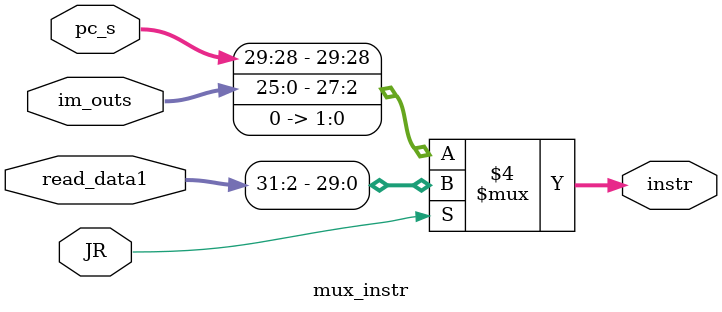
<source format=v>
`timescale 1ns / 1ps

module mux_instr(
		input[25:0] im_outs,
		input[31:28] pc_s,
		input[31:0] read_data1,
		input JR,
		output reg[31:2] instr
	);

	always @(im_outs or pc_s or read_data1 or JR)
	begin
		if (JR == 1) instr = read_data1[31:2];
		else instr = {pc_s, im_outs, 2'b00};
	end
endmodule
</source>
